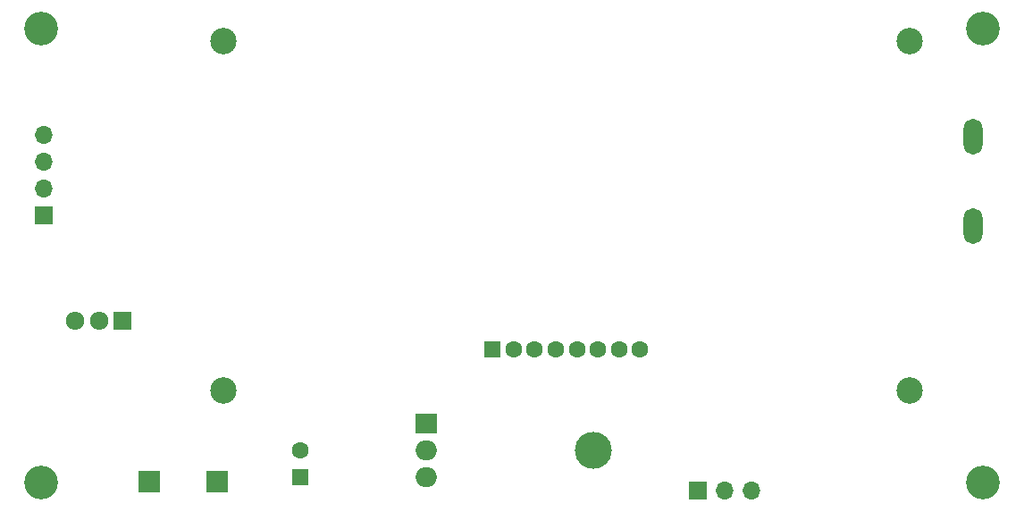
<source format=gbr>
%TF.GenerationSoftware,KiCad,Pcbnew,8.0.9-8.0.9-0~ubuntu24.04.1*%
%TF.CreationDate,2025-02-24T19:57:28+02:00*%
%TF.ProjectId,LRL5,4c524c35-2e6b-4696-9361-645f70636258,rev?*%
%TF.SameCoordinates,Original*%
%TF.FileFunction,Soldermask,Bot*%
%TF.FilePolarity,Negative*%
%FSLAX46Y46*%
G04 Gerber Fmt 4.6, Leading zero omitted, Abs format (unit mm)*
G04 Created by KiCad (PCBNEW 8.0.9-8.0.9-0~ubuntu24.04.1) date 2025-02-24 19:57:28*
%MOMM*%
%LPD*%
G01*
G04 APERTURE LIST*
%ADD10C,3.200000*%
%ADD11R,1.700000X1.700000*%
%ADD12O,1.700000X1.700000*%
%ADD13R,2.000000X2.000000*%
%ADD14C,3.500000*%
%ADD15R,2.000000X1.905000*%
%ADD16O,2.000000X1.905000*%
%ADD17R,1.600000X1.600000*%
%ADD18C,1.600000*%
%ADD19R,1.710000X1.800000*%
%ADD20O,1.710000X1.800000*%
%ADD21C,2.500000*%
%ADD22O,1.800000X3.400000*%
G04 APERTURE END LIST*
D10*
%TO.C,H1*%
X174750000Y-33500000D03*
%TD*%
%TO.C,H3*%
X174750000Y-76500000D03*
%TD*%
D11*
%TO.C,J1*%
X237000000Y-77300000D03*
D12*
X239540000Y-77300000D03*
X242080000Y-77300000D03*
%TD*%
D13*
%TO.C,TP1*%
X191400000Y-76400000D03*
%TD*%
D14*
%TO.C,U1*%
X227050000Y-73460000D03*
D15*
X211250000Y-70920000D03*
D16*
X211250000Y-73460000D03*
X211250000Y-76000000D03*
%TD*%
D17*
%TO.C,C2*%
X199250000Y-76000000D03*
D18*
X199250000Y-73500000D03*
%TD*%
D13*
%TO.C,TP2*%
X185000000Y-76400000D03*
%TD*%
D19*
%TO.C,Q1*%
X182475000Y-61200000D03*
D20*
X180195000Y-61200000D03*
X177915000Y-61200000D03*
%TD*%
D11*
%TO.C,J6*%
X175000000Y-51200000D03*
D12*
X175000000Y-48660000D03*
X175000000Y-46120000D03*
X175000000Y-43580000D03*
%TD*%
D10*
%TO.C,H4*%
X264000000Y-76500000D03*
%TD*%
%TO.C,H2*%
X264000000Y-33500000D03*
%TD*%
D21*
%TO.C,U2*%
X257000000Y-67800000D03*
X257000000Y-34700000D03*
X192000000Y-67800000D03*
X192000000Y-34700000D03*
D17*
X217500000Y-63900000D03*
D18*
X219500000Y-63900000D03*
X221500000Y-63900000D03*
X223500000Y-63900000D03*
X225500000Y-63900000D03*
X227500000Y-63900000D03*
X229500000Y-63900000D03*
X231500000Y-63900000D03*
D22*
X263050000Y-52250000D03*
X263050000Y-43750000D03*
%TD*%
M02*

</source>
